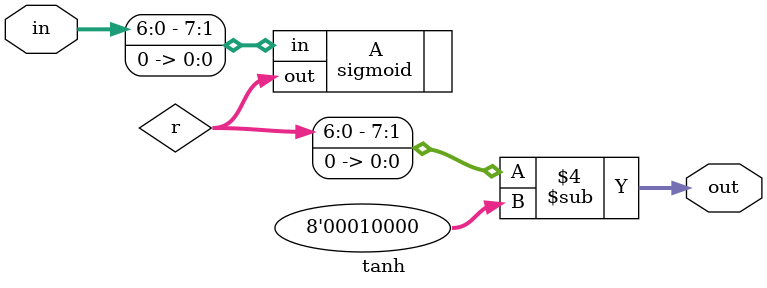
<source format=v>
`timescale 1ns / 1ps
module tanh#(	parameter DATA_WIDTH = 8)
				(	input signed [DATA_WIDTH-1:0]in,
					output reg signed [DATA_WIDTH-1:0]out
					);

wire signed[DATA_WIDTH-1:0]r;	
sigmoid #(.DATA_WIDTH(DATA_WIDTH))
			A(.out(r), .in(in<<1));	
always@(*)
 out = (r<<1)-8'b00010000;
endmodule

</source>
